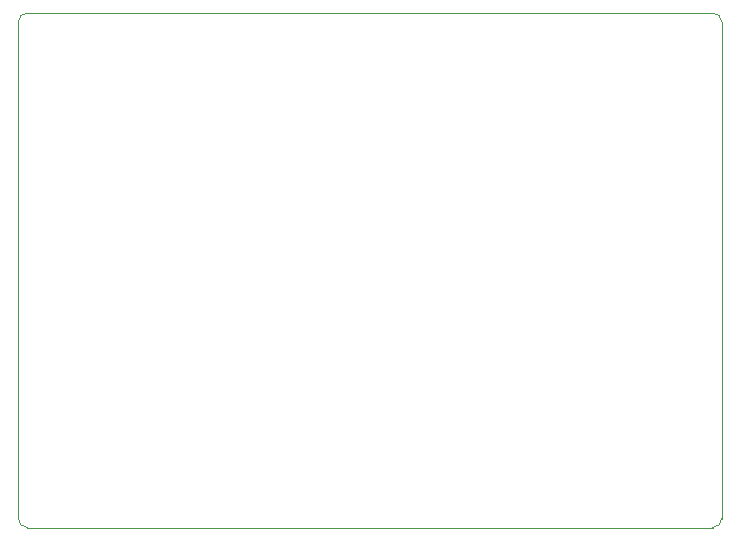
<source format=gbr>
%TF.GenerationSoftware,KiCad,Pcbnew,7.0.1*%
%TF.CreationDate,2023-04-25T22:28:34+08:00*%
%TF.ProjectId,MM32F0140_CAN_Core,4d4d3332-4630-4313-9430-5f43414e5f43,rev?*%
%TF.SameCoordinates,Original*%
%TF.FileFunction,Profile,NP*%
%FSLAX46Y46*%
G04 Gerber Fmt 4.6, Leading zero omitted, Abs format (unit mm)*
G04 Created by KiCad (PCBNEW 7.0.1) date 2023-04-25 22:28:34*
%MOMM*%
%LPD*%
G01*
G04 APERTURE LIST*
%TA.AperFunction,Profile*%
%ADD10C,0.100000*%
%TD*%
G04 APERTURE END LIST*
D10*
X120396000Y-88646000D02*
X178435000Y-88646000D01*
X119634000Y-131445000D02*
X119634000Y-89408000D01*
X178435000Y-132207000D02*
X120396000Y-132207000D01*
X179197000Y-89408000D02*
X179197000Y-131445000D01*
X179197000Y-89408000D02*
G75*
G03*
X178435000Y-88646000I-762001J-1D01*
G01*
X178435000Y-132207000D02*
G75*
G03*
X179197000Y-131445000I-1J762001D01*
G01*
X119634000Y-131445000D02*
G75*
G03*
X120396000Y-132207000I762001J1D01*
G01*
X120396000Y-88646000D02*
G75*
G03*
X119634000Y-89408000I0J-762000D01*
G01*
M02*

</source>
